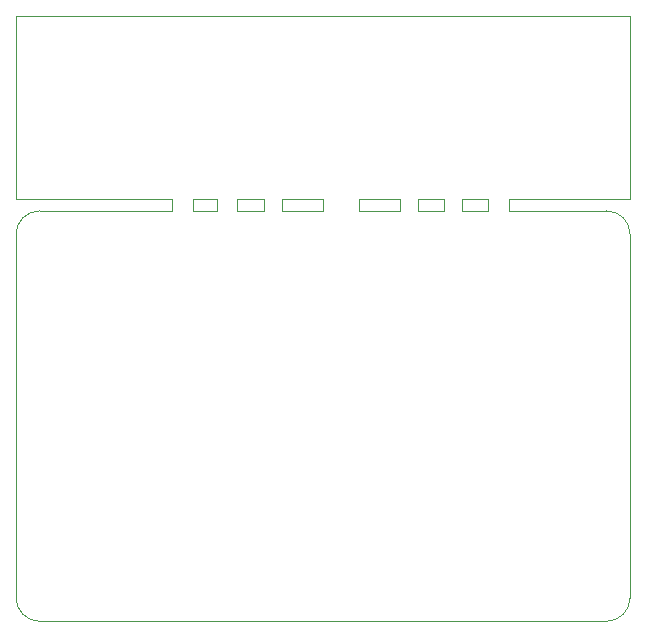
<source format=gbr>
%TF.GenerationSoftware,KiCad,Pcbnew,8.0.4*%
%TF.CreationDate,2024-07-20T20:35:12+02:00*%
%TF.ProjectId,pico-HABakuk,7069636f-2d48-4414-9261-6b756b2e6b69,REV1*%
%TF.SameCoordinates,Original*%
%TF.FileFunction,Profile,NP*%
%FSLAX46Y46*%
G04 Gerber Fmt 4.6, Leading zero omitted, Abs format (unit mm)*
G04 Created by KiCad (PCBNEW 8.0.4) date 2024-07-20 20:35:12*
%MOMM*%
%LPD*%
G01*
G04 APERTURE LIST*
%TA.AperFunction,Profile*%
%ADD10C,0.050000*%
%TD*%
%TA.AperFunction,Profile*%
%ADD11C,0.100000*%
%TD*%
G04 APERTURE END LIST*
D10*
X103000000Y-85500000D02*
X106500000Y-85500000D01*
X106500000Y-86500000D01*
X103000000Y-86500000D01*
X103000000Y-85500000D01*
D11*
X74000000Y-119250000D02*
X74000000Y-88500000D01*
X124000000Y-86500000D02*
X115750000Y-86500000D01*
D10*
X96500000Y-85500000D02*
X100000000Y-85500000D01*
X100000000Y-86500000D01*
X96500000Y-86500000D01*
X96500000Y-85500000D01*
D11*
X124000000Y-121250000D02*
X76000000Y-121250000D01*
X126000000Y-119250000D02*
G75*
G02*
X124000000Y-121250000I-2000000J0D01*
G01*
X115750000Y-85500000D02*
X126000000Y-85500000D01*
X87250000Y-85500000D02*
X87250000Y-86500000D01*
X87250000Y-86500000D02*
X76000000Y-86500000D01*
D10*
X89000000Y-85500000D02*
X91000000Y-85500000D01*
X91000000Y-86500000D01*
X89000000Y-86500000D01*
X89000000Y-85500000D01*
D11*
X126000000Y-70000000D02*
X126000000Y-85500000D01*
X126000000Y-88500000D02*
X126000000Y-119250000D01*
X74000000Y-85500000D02*
X74000000Y-70000000D01*
X74000000Y-85500000D02*
X87250000Y-85500000D01*
X124000000Y-86500000D02*
G75*
G02*
X126000000Y-88500000I0J-2000000D01*
G01*
D10*
X111750000Y-85500000D02*
X114000000Y-85500000D01*
X114000000Y-86500000D01*
X111750000Y-86500000D01*
X111750000Y-85500000D01*
X92750000Y-85500000D02*
X95000000Y-85500000D01*
X95000000Y-86500000D01*
X92750000Y-86500000D01*
X92750000Y-85500000D01*
D11*
X76000000Y-121250000D02*
G75*
G02*
X74000000Y-119250000I0J2000000D01*
G01*
X74000000Y-70000000D02*
X126000000Y-70000000D01*
D10*
X108000000Y-85500000D02*
X110250000Y-85500000D01*
X110250000Y-86500000D01*
X108000000Y-86500000D01*
X108000000Y-85500000D01*
D11*
X115750000Y-86500000D02*
X115750000Y-85500000D01*
X74000000Y-88500000D02*
G75*
G02*
X76000000Y-86500000I2000000J0D01*
G01*
M02*

</source>
